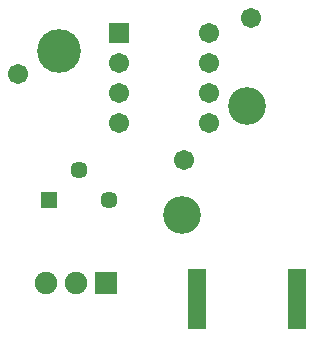
<source format=gts>
G04*
G04 #@! TF.GenerationSoftware,Altium Limited,Altium Designer,20.1.11 (218)*
G04*
G04 Layer_Color=8388736*
%FSLAX25Y25*%
%MOIN*%
G70*
G04*
G04 #@! TF.SameCoordinates,BE0D8867-63C8-4494-B9D0-45761BAC08B1*
G04*
G04*
G04 #@! TF.FilePolarity,Negative*
G04*
G01*
G75*
%ADD13R,0.06312X0.20485*%
%ADD14C,0.12611*%
%ADD15R,0.07493X0.07493*%
%ADD16C,0.07493*%
%ADD17C,0.14580*%
%ADD18R,0.05721X0.05721*%
%ADD19C,0.05721*%
%ADD20C,0.06706*%
%ADD21R,0.06706X0.06706*%
D13*
X303816Y343740D02*
D03*
X337281D02*
D03*
D14*
X298819Y371654D02*
D03*
X320472Y408268D02*
D03*
D15*
X273740Y349016D02*
D03*
D16*
X263740D02*
D03*
X253740D02*
D03*
D17*
X257835Y426575D02*
D03*
D18*
X254488Y376713D02*
D03*
D19*
X264488Y386713D02*
D03*
X274488Y376713D02*
D03*
D20*
X307874Y402520D02*
D03*
Y412520D02*
D03*
Y422520D02*
D03*
Y432520D02*
D03*
X277874Y402520D02*
D03*
Y412520D02*
D03*
Y422520D02*
D03*
X299606Y390158D02*
D03*
X244094Y418898D02*
D03*
X322047Y437402D02*
D03*
D21*
X277874Y432520D02*
D03*
M02*

</source>
